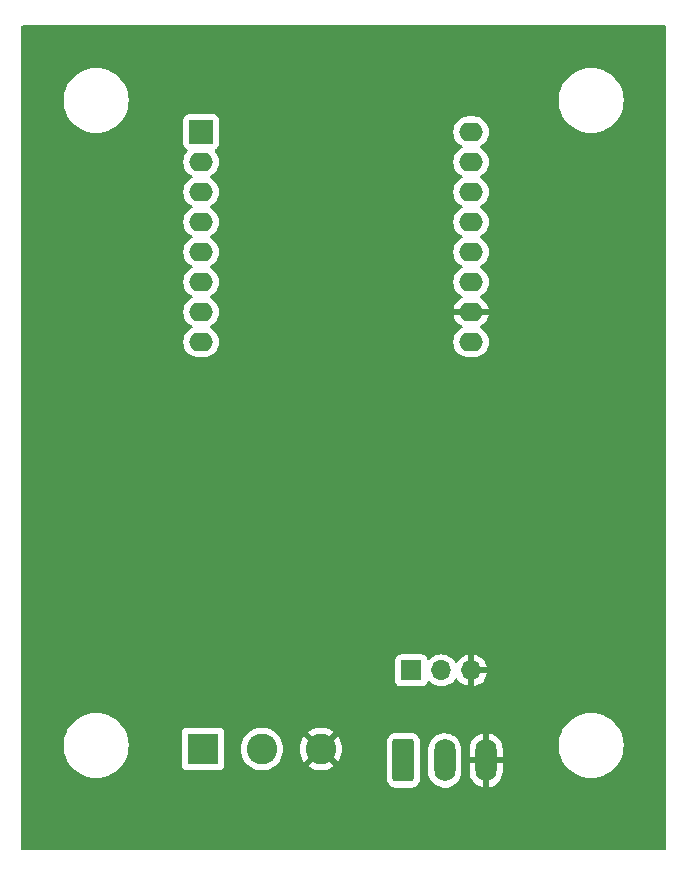
<source format=gbl>
%TF.GenerationSoftware,KiCad,Pcbnew,7.0.7*%
%TF.CreationDate,2023-10-31T06:30:40-06:00*%
%TF.ProjectId,RatGDO-OpenSource-D1Mini-ESP8266,52617447-444f-42d4-9f70-656e536f7572,rev?*%
%TF.SameCoordinates,Original*%
%TF.FileFunction,Copper,L2,Bot*%
%TF.FilePolarity,Positive*%
%FSLAX46Y46*%
G04 Gerber Fmt 4.6, Leading zero omitted, Abs format (unit mm)*
G04 Created by KiCad (PCBNEW 7.0.7) date 2023-10-31 06:30:40*
%MOMM*%
%LPD*%
G01*
G04 APERTURE LIST*
G04 Aperture macros list*
%AMRoundRect*
0 Rectangle with rounded corners*
0 $1 Rounding radius*
0 $2 $3 $4 $5 $6 $7 $8 $9 X,Y pos of 4 corners*
0 Add a 4 corners polygon primitive as box body*
4,1,4,$2,$3,$4,$5,$6,$7,$8,$9,$2,$3,0*
0 Add four circle primitives for the rounded corners*
1,1,$1+$1,$2,$3*
1,1,$1+$1,$4,$5*
1,1,$1+$1,$6,$7*
1,1,$1+$1,$8,$9*
0 Add four rect primitives between the rounded corners*
20,1,$1+$1,$2,$3,$4,$5,0*
20,1,$1+$1,$4,$5,$6,$7,0*
20,1,$1+$1,$6,$7,$8,$9,0*
20,1,$1+$1,$8,$9,$2,$3,0*%
G04 Aperture macros list end*
%TA.AperFunction,ComponentPad*%
%ADD10R,1.700000X1.700000*%
%TD*%
%TA.AperFunction,ComponentPad*%
%ADD11O,1.700000X1.700000*%
%TD*%
%TA.AperFunction,ComponentPad*%
%ADD12R,2.000000X2.000000*%
%TD*%
%TA.AperFunction,ComponentPad*%
%ADD13O,2.000000X1.600000*%
%TD*%
%TA.AperFunction,ComponentPad*%
%ADD14RoundRect,0.250000X-0.650000X-1.550000X0.650000X-1.550000X0.650000X1.550000X-0.650000X1.550000X0*%
%TD*%
%TA.AperFunction,ComponentPad*%
%ADD15O,1.800000X3.600000*%
%TD*%
%TA.AperFunction,ComponentPad*%
%ADD16R,2.600000X2.600000*%
%TD*%
%TA.AperFunction,ComponentPad*%
%ADD17C,2.600000*%
%TD*%
%TA.AperFunction,ViaPad*%
%ADD18C,0.800000*%
%TD*%
G04 APERTURE END LIST*
D10*
%TO.P,J3,1,Blk/Obst*%
%TO.N,Net-(J1-Blk{slash}Obst)*%
X147335000Y-111760000D03*
D11*
%TO.P,J3,2,Red/Cntrl*%
%TO.N,Net-(J1-Red{slash}Cntrl)*%
X149875000Y-111760000D03*
%TO.P,J3,3,Wht/Gnd*%
%TO.N,GND*%
X152415000Y-111760000D03*
%TD*%
D12*
%TO.P,U1,1,~{RST}*%
%TO.N,unconnected-(U1-~{RST}-Pad1)*%
X129547500Y-66160000D03*
D13*
%TO.P,U1,2,A0*%
%TO.N,unconnected-(U1-A0-Pad2)*%
X129547500Y-68700000D03*
%TO.P,U1,3,D0*%
%TO.N,unconnected-(U1-D0-Pad3)*%
X129547500Y-71240000D03*
%TO.P,U1,4,SCK/D5*%
%TO.N,unconnected-(U1-SCK{slash}D5-Pad4)*%
X129547500Y-73780000D03*
%TO.P,U1,5,MISO/D6*%
%TO.N,unconnected-(U1-MISO{slash}D6-Pad5)*%
X129547500Y-76320000D03*
%TO.P,U1,6,MOSI/D7*%
%TO.N,Net-(U1-MOSI{slash}D7)*%
X129547500Y-78860000D03*
%TO.P,U1,7,CS/D8*%
%TO.N,unconnected-(U1-CS{slash}D8-Pad7)*%
X129547500Y-81400000D03*
%TO.P,U1,8,3V3*%
%TO.N,+3.3V*%
X129547500Y-83940000D03*
%TO.P,U1,9,5V*%
%TO.N,+5V*%
X152407500Y-83940000D03*
%TO.P,U1,10,GND*%
%TO.N,GND*%
X152407500Y-81400000D03*
%TO.P,U1,11,D4*%
%TO.N,unconnected-(U1-D4-Pad11)*%
X152407500Y-78860000D03*
%TO.P,U1,12,D3*%
%TO.N,unconnected-(U1-D3-Pad12)*%
X152407500Y-76320000D03*
%TO.P,U1,13,SDA/D2*%
%TO.N,Net-(Q1-D)*%
X152407500Y-73780000D03*
%TO.P,U1,14,SCL/D1*%
%TO.N,Net-(Q2-G)*%
X152407500Y-71240000D03*
%TO.P,U1,15,RX*%
%TO.N,unconnected-(U1-RX-Pad15)*%
X152407500Y-68700000D03*
%TO.P,U1,16,TX*%
%TO.N,unconnected-(U1-TX-Pad16)*%
X152407500Y-66160000D03*
%TD*%
D14*
%TO.P,J2,1,Blk/Obst*%
%TO.N,Net-(J1-Blk{slash}Obst)*%
X146670000Y-119380000D03*
D15*
%TO.P,J2,2,Red/Cntrl*%
%TO.N,Net-(J1-Red{slash}Cntrl)*%
X150170000Y-119380000D03*
%TO.P,J2,3,Wht/Gnd*%
%TO.N,GND*%
X153670000Y-119380000D03*
%TD*%
D16*
%TO.P,J1,1,Blk/Obst*%
%TO.N,Net-(J1-Blk{slash}Obst)*%
X129700000Y-118415000D03*
D17*
%TO.P,J1,2,Red/Cntrl*%
%TO.N,Net-(J1-Red{slash}Cntrl)*%
X134700000Y-118415000D03*
%TO.P,J1,3,Wht/Gnd*%
%TO.N,GND*%
X139700000Y-118415000D03*
%TD*%
D18*
%TO.N,GND*%
X160020000Y-81280000D03*
X160020000Y-72390000D03*
X157480000Y-78740000D03*
X121920000Y-80010000D03*
%TD*%
%TA.AperFunction,Conductor*%
%TO.N,GND*%
G36*
X168852539Y-57170185D02*
G01*
X168898294Y-57222989D01*
X168909500Y-57274500D01*
X168909500Y-126876000D01*
X168889815Y-126943039D01*
X168837011Y-126988794D01*
X168785500Y-127000000D01*
X114424000Y-127000000D01*
X114356961Y-126980315D01*
X114311206Y-126927511D01*
X114300000Y-126876000D01*
X114300000Y-120980001D01*
X145269500Y-120980001D01*
X145269501Y-120980018D01*
X145280000Y-121082796D01*
X145280001Y-121082799D01*
X145335185Y-121249331D01*
X145335186Y-121249334D01*
X145427288Y-121398656D01*
X145551344Y-121522712D01*
X145700666Y-121614814D01*
X145867203Y-121669999D01*
X145969991Y-121680500D01*
X147370008Y-121680499D01*
X147472797Y-121669999D01*
X147639334Y-121614814D01*
X147788656Y-121522712D01*
X147912712Y-121398656D01*
X148004814Y-121249334D01*
X148059999Y-121082797D01*
X148070500Y-120980009D01*
X148070500Y-120339502D01*
X148769500Y-120339502D01*
X148784652Y-120517536D01*
X148844724Y-120748248D01*
X148942919Y-120965480D01*
X148942924Y-120965488D01*
X149076413Y-121162993D01*
X149076418Y-121162998D01*
X149076421Y-121163003D01*
X149241379Y-121335118D01*
X149433053Y-121476879D01*
X149645926Y-121584207D01*
X149873877Y-121654016D01*
X150110346Y-121684298D01*
X150348532Y-121674180D01*
X150581581Y-121623954D01*
X150802790Y-121535064D01*
X151005795Y-121410069D01*
X151184755Y-121252564D01*
X151334523Y-121067080D01*
X151450790Y-120858954D01*
X151530211Y-120634171D01*
X151550224Y-120517453D01*
X151570499Y-120399209D01*
X151570500Y-120399198D01*
X151570500Y-120339478D01*
X152270000Y-120339478D01*
X152285147Y-120517450D01*
X152285148Y-120517453D01*
X152345197Y-120748078D01*
X152443360Y-120965241D01*
X152443362Y-120965244D01*
X152576812Y-121162688D01*
X152576814Y-121162690D01*
X152741706Y-121334736D01*
X152933316Y-121476450D01*
X153146115Y-121583741D01*
X153373987Y-121653526D01*
X153373985Y-121653526D01*
X153420000Y-121659418D01*
X153420000Y-120093658D01*
X153439685Y-120026619D01*
X153492489Y-119980864D01*
X153560184Y-119970719D01*
X153630677Y-119980000D01*
X153630684Y-119980000D01*
X153709316Y-119980000D01*
X153709323Y-119980000D01*
X153779815Y-119970719D01*
X153848849Y-119981484D01*
X153901105Y-120027864D01*
X153920000Y-120093658D01*
X153920000Y-121658264D01*
X154081434Y-121623473D01*
X154302562Y-121534616D01*
X154505494Y-121409666D01*
X154684389Y-121252219D01*
X154684396Y-121252213D01*
X154834102Y-121066805D01*
X154834109Y-121066795D01*
X154950331Y-120858751D01*
X155029722Y-120634052D01*
X155029726Y-120634038D01*
X155069999Y-120399167D01*
X155070000Y-120399156D01*
X155070000Y-119630000D01*
X154383658Y-119630000D01*
X154316619Y-119610315D01*
X154270864Y-119557511D01*
X154260719Y-119489816D01*
X154275177Y-119380000D01*
X154260719Y-119270183D01*
X154271484Y-119201151D01*
X154317864Y-119148895D01*
X154383658Y-119130000D01*
X155070000Y-119130000D01*
X155070000Y-118420522D01*
X155054852Y-118242549D01*
X155054851Y-118242546D01*
X155020339Y-118110000D01*
X159804473Y-118110000D01*
X159824563Y-118442136D01*
X159824563Y-118442141D01*
X159824564Y-118442142D01*
X159884544Y-118769441D01*
X159884545Y-118769445D01*
X159884546Y-118769449D01*
X159983530Y-119087104D01*
X159983534Y-119087116D01*
X159983537Y-119087123D01*
X160120102Y-119390557D01*
X160272763Y-119643089D01*
X160292251Y-119675326D01*
X160497460Y-119937255D01*
X160732744Y-120172539D01*
X160994673Y-120377748D01*
X160994678Y-120377751D01*
X160994682Y-120377754D01*
X161279443Y-120549898D01*
X161582877Y-120686463D01*
X161582890Y-120686467D01*
X161582895Y-120686469D01*
X161780608Y-120748078D01*
X161900559Y-120785456D01*
X162227858Y-120845436D01*
X162405740Y-120856195D01*
X162476892Y-120860500D01*
X162476894Y-120860500D01*
X162643108Y-120860500D01*
X162705364Y-120856734D01*
X162892142Y-120845436D01*
X163219441Y-120785456D01*
X163537123Y-120686463D01*
X163840557Y-120549898D01*
X164125318Y-120377754D01*
X164174150Y-120339497D01*
X164332421Y-120215499D01*
X164387252Y-120172542D01*
X164622542Y-119937252D01*
X164822058Y-119682589D01*
X164827748Y-119675326D01*
X164827748Y-119675324D01*
X164827754Y-119675318D01*
X164999898Y-119390557D01*
X165136463Y-119087123D01*
X165235456Y-118769441D01*
X165295436Y-118442142D01*
X165315527Y-118110000D01*
X165295436Y-117777858D01*
X165235456Y-117450559D01*
X165153302Y-117186915D01*
X165136469Y-117132895D01*
X165136467Y-117132890D01*
X165136463Y-117132877D01*
X164999898Y-116829443D01*
X164827754Y-116544682D01*
X164827751Y-116544678D01*
X164827748Y-116544673D01*
X164622539Y-116282744D01*
X164387255Y-116047460D01*
X164125326Y-115842251D01*
X164125318Y-115842246D01*
X163840557Y-115670102D01*
X163537123Y-115533537D01*
X163537116Y-115533534D01*
X163537104Y-115533530D01*
X163219449Y-115434546D01*
X163219445Y-115434545D01*
X163219441Y-115434544D01*
X162892142Y-115374564D01*
X162892141Y-115374563D01*
X162892136Y-115374563D01*
X162643108Y-115359500D01*
X162643106Y-115359500D01*
X162476894Y-115359500D01*
X162476892Y-115359500D01*
X162227863Y-115374563D01*
X162227857Y-115374564D01*
X162227858Y-115374564D01*
X161900559Y-115434544D01*
X161900556Y-115434544D01*
X161900550Y-115434546D01*
X161582895Y-115533530D01*
X161582879Y-115533536D01*
X161582877Y-115533537D01*
X161389656Y-115620498D01*
X161279447Y-115670100D01*
X161279445Y-115670101D01*
X160994673Y-115842251D01*
X160732744Y-116047460D01*
X160497460Y-116282744D01*
X160292251Y-116544673D01*
X160120101Y-116829445D01*
X160120100Y-116829447D01*
X160070498Y-116939656D01*
X159997554Y-117101734D01*
X159983536Y-117132880D01*
X159983530Y-117132895D01*
X159884546Y-117450550D01*
X159884544Y-117450556D01*
X159884544Y-117450559D01*
X159839838Y-117694513D01*
X159824563Y-117777863D01*
X159804473Y-118110000D01*
X155020339Y-118110000D01*
X154994802Y-118011921D01*
X154896639Y-117794758D01*
X154896637Y-117794755D01*
X154763187Y-117597311D01*
X154763185Y-117597309D01*
X154598293Y-117425263D01*
X154406683Y-117283549D01*
X154193884Y-117176257D01*
X153966020Y-117106475D01*
X153919999Y-117100581D01*
X153920000Y-118666341D01*
X153900315Y-118733380D01*
X153847511Y-118779135D01*
X153779815Y-118789280D01*
X153709333Y-118780001D01*
X153709328Y-118780000D01*
X153709323Y-118780000D01*
X153630677Y-118780000D01*
X153630671Y-118780000D01*
X153630666Y-118780001D01*
X153560185Y-118789280D01*
X153491150Y-118778514D01*
X153438894Y-118732134D01*
X153420000Y-118666341D01*
X153420000Y-117101734D01*
X153419999Y-117101734D01*
X153258566Y-117136525D01*
X153037437Y-117225383D01*
X152834505Y-117350333D01*
X152655610Y-117507780D01*
X152655603Y-117507786D01*
X152505897Y-117693194D01*
X152505890Y-117693204D01*
X152389668Y-117901248D01*
X152310277Y-118125947D01*
X152310273Y-118125961D01*
X152270000Y-118360832D01*
X152270000Y-119130000D01*
X152956342Y-119130000D01*
X153023381Y-119149685D01*
X153069136Y-119202489D01*
X153079280Y-119270183D01*
X153064823Y-119380000D01*
X153079280Y-119489816D01*
X153068516Y-119558849D01*
X153022136Y-119611105D01*
X152956342Y-119630000D01*
X152270000Y-119630000D01*
X152270000Y-120339478D01*
X151570500Y-120339478D01*
X151570500Y-118420498D01*
X151555347Y-118242463D01*
X151495275Y-118011751D01*
X151397080Y-117794519D01*
X151397075Y-117794511D01*
X151263586Y-117597006D01*
X151263582Y-117597001D01*
X151263579Y-117596997D01*
X151098621Y-117424882D01*
X151062517Y-117398180D01*
X150997824Y-117350333D01*
X150906947Y-117283121D01*
X150694074Y-117175793D01*
X150553948Y-117132880D01*
X150466121Y-117105983D01*
X150229647Y-117075701D01*
X149991471Y-117085819D01*
X149991467Y-117085819D01*
X149758419Y-117136045D01*
X149537211Y-117224935D01*
X149334203Y-117349932D01*
X149155245Y-117507435D01*
X149082676Y-117597311D01*
X149005477Y-117692920D01*
X149002521Y-117698212D01*
X148889210Y-117901044D01*
X148809788Y-118125829D01*
X148769500Y-118360790D01*
X148769500Y-120339502D01*
X148070500Y-120339502D01*
X148070499Y-117779992D01*
X148061632Y-117693194D01*
X148059999Y-117677203D01*
X148059998Y-117677200D01*
X148044960Y-117631818D01*
X148004814Y-117510666D01*
X147912712Y-117361344D01*
X147788656Y-117237288D01*
X147639334Y-117145186D01*
X147472797Y-117090001D01*
X147472795Y-117090000D01*
X147370010Y-117079500D01*
X145969998Y-117079500D01*
X145969981Y-117079501D01*
X145867203Y-117090000D01*
X145867200Y-117090001D01*
X145700668Y-117145185D01*
X145700663Y-117145187D01*
X145551342Y-117237289D01*
X145427289Y-117361342D01*
X145335187Y-117510663D01*
X145335185Y-117510666D01*
X145335186Y-117510666D01*
X145280001Y-117677203D01*
X145280001Y-117677204D01*
X145280000Y-117677204D01*
X145269500Y-117779983D01*
X145269500Y-120980001D01*
X114300000Y-120980001D01*
X114300000Y-118110000D01*
X117894473Y-118110000D01*
X117914563Y-118442136D01*
X117914563Y-118442141D01*
X117914564Y-118442142D01*
X117974544Y-118769441D01*
X117974545Y-118769445D01*
X117974546Y-118769449D01*
X118073530Y-119087104D01*
X118073534Y-119087116D01*
X118073537Y-119087123D01*
X118210102Y-119390557D01*
X118362763Y-119643089D01*
X118382251Y-119675326D01*
X118587460Y-119937255D01*
X118822744Y-120172539D01*
X119084673Y-120377748D01*
X119084678Y-120377751D01*
X119084682Y-120377754D01*
X119369443Y-120549898D01*
X119672877Y-120686463D01*
X119672890Y-120686467D01*
X119672895Y-120686469D01*
X119870608Y-120748078D01*
X119990559Y-120785456D01*
X120317858Y-120845436D01*
X120495740Y-120856195D01*
X120566892Y-120860500D01*
X120566894Y-120860500D01*
X120733108Y-120860500D01*
X120795365Y-120856734D01*
X120982142Y-120845436D01*
X121309441Y-120785456D01*
X121627123Y-120686463D01*
X121930557Y-120549898D01*
X122215318Y-120377754D01*
X122264150Y-120339497D01*
X122422421Y-120215499D01*
X122477252Y-120172542D01*
X122712542Y-119937252D01*
X122849162Y-119762870D01*
X127899500Y-119762870D01*
X127899501Y-119762876D01*
X127905908Y-119822483D01*
X127956202Y-119957328D01*
X127956206Y-119957335D01*
X128042452Y-120072544D01*
X128042455Y-120072547D01*
X128157664Y-120158793D01*
X128157671Y-120158797D01*
X128292517Y-120209091D01*
X128292516Y-120209091D01*
X128299444Y-120209835D01*
X128352127Y-120215500D01*
X131047872Y-120215499D01*
X131107483Y-120209091D01*
X131242331Y-120158796D01*
X131357546Y-120072546D01*
X131443796Y-119957331D01*
X131494091Y-119822483D01*
X131500500Y-119762873D01*
X131500500Y-118415004D01*
X132894451Y-118415004D01*
X132914616Y-118684101D01*
X132974664Y-118947188D01*
X132974666Y-118947195D01*
X133025772Y-119077411D01*
X133073257Y-119198398D01*
X133208185Y-119432102D01*
X133308196Y-119557511D01*
X133376442Y-119643089D01*
X133554094Y-119807925D01*
X133574259Y-119826635D01*
X133797226Y-119978651D01*
X134040359Y-120095738D01*
X134298228Y-120175280D01*
X134298229Y-120175280D01*
X134298232Y-120175281D01*
X134565063Y-120215499D01*
X134565068Y-120215499D01*
X134565071Y-120215500D01*
X134565072Y-120215500D01*
X134834928Y-120215500D01*
X134834929Y-120215500D01*
X134834936Y-120215499D01*
X135101767Y-120175281D01*
X135101768Y-120175280D01*
X135101772Y-120175280D01*
X135359641Y-120095738D01*
X135602775Y-119978651D01*
X135825741Y-119826635D01*
X135980987Y-119682588D01*
X136023557Y-119643089D01*
X136023557Y-119643087D01*
X136023561Y-119643085D01*
X136191815Y-119432102D01*
X136326743Y-119198398D01*
X136425334Y-118947195D01*
X136485383Y-118684103D01*
X136503515Y-118442142D01*
X136505549Y-118415004D01*
X137894953Y-118415004D01*
X137915113Y-118684026D01*
X137915113Y-118684028D01*
X137975142Y-118947033D01*
X137975148Y-118947052D01*
X138073709Y-119198181D01*
X138073708Y-119198181D01*
X138208602Y-119431822D01*
X138262294Y-119499151D01*
X138982331Y-118779114D01*
X139043654Y-118745629D01*
X139113345Y-118750613D01*
X139169279Y-118792485D01*
X139174707Y-118800350D01*
X139195187Y-118832620D01*
X139195188Y-118832621D01*
X139314904Y-118945041D01*
X139318266Y-118947484D01*
X139320264Y-118950074D01*
X139320590Y-118950381D01*
X139320540Y-118950433D01*
X139360934Y-119002812D01*
X139366915Y-119072425D01*
X139334311Y-119134221D01*
X139333065Y-119135485D01*
X138614848Y-119853702D01*
X138797483Y-119978220D01*
X138797485Y-119978221D01*
X139040539Y-120095269D01*
X139040537Y-120095269D01*
X139298337Y-120174790D01*
X139298343Y-120174792D01*
X139565101Y-120214999D01*
X139565110Y-120215000D01*
X139834890Y-120215000D01*
X139834898Y-120214999D01*
X140101656Y-120174792D01*
X140101662Y-120174790D01*
X140359461Y-120095269D01*
X140602521Y-119978218D01*
X140785150Y-119853702D01*
X140063234Y-119131787D01*
X140029749Y-119070464D01*
X140034733Y-119000773D01*
X140076605Y-118944839D01*
X140077953Y-118943844D01*
X140148492Y-118892595D01*
X140234871Y-118788180D01*
X140292768Y-118749074D01*
X140362620Y-118747478D01*
X140418094Y-118779541D01*
X141137703Y-119499151D01*
X141137704Y-119499150D01*
X141191393Y-119431828D01*
X141191400Y-119431817D01*
X141326290Y-119198181D01*
X141424851Y-118947052D01*
X141424857Y-118947033D01*
X141484886Y-118684028D01*
X141484886Y-118684026D01*
X141505047Y-118415004D01*
X141505047Y-118414995D01*
X141484886Y-118145973D01*
X141484886Y-118145971D01*
X141424857Y-117882966D01*
X141424851Y-117882947D01*
X141326290Y-117631818D01*
X141326291Y-117631818D01*
X141191397Y-117398177D01*
X141137704Y-117330847D01*
X140417667Y-118050884D01*
X140356344Y-118084369D01*
X140286652Y-118079385D01*
X140230719Y-118037513D01*
X140225290Y-118029646D01*
X140213933Y-118011751D01*
X140204814Y-117997381D01*
X140140942Y-117937402D01*
X140085097Y-117884960D01*
X140081732Y-117882515D01*
X140079731Y-117879920D01*
X140079410Y-117879619D01*
X140079458Y-117879567D01*
X140039064Y-117827187D01*
X140033082Y-117757574D01*
X140065685Y-117695778D01*
X140066932Y-117694513D01*
X140785150Y-116976296D01*
X140602517Y-116851779D01*
X140602516Y-116851778D01*
X140359460Y-116734730D01*
X140359462Y-116734730D01*
X140101662Y-116655209D01*
X140101656Y-116655207D01*
X139834898Y-116615000D01*
X139565101Y-116615000D01*
X139298343Y-116655207D01*
X139298337Y-116655209D01*
X139040538Y-116734730D01*
X138797485Y-116851778D01*
X138797476Y-116851783D01*
X138614848Y-116976296D01*
X139336765Y-117698212D01*
X139370250Y-117759535D01*
X139365266Y-117829226D01*
X139323394Y-117885160D01*
X139321970Y-117886210D01*
X139251510Y-117937402D01*
X139251508Y-117937405D01*
X139165130Y-118041818D01*
X139107230Y-118080925D01*
X139037378Y-118082521D01*
X138981905Y-118050458D01*
X138262295Y-117330848D01*
X138208600Y-117398180D01*
X138073709Y-117631818D01*
X137975148Y-117882947D01*
X137975142Y-117882966D01*
X137915113Y-118145971D01*
X137915113Y-118145973D01*
X137894953Y-118414995D01*
X137894953Y-118415004D01*
X136505549Y-118415004D01*
X136505549Y-118414995D01*
X136485389Y-118145973D01*
X136485383Y-118145897D01*
X136425334Y-117882805D01*
X136326743Y-117631602D01*
X136191815Y-117397898D01*
X136023561Y-117186915D01*
X136023560Y-117186914D01*
X136023557Y-117186910D01*
X135825741Y-117003365D01*
X135786038Y-116976296D01*
X135602775Y-116851349D01*
X135602769Y-116851346D01*
X135602768Y-116851345D01*
X135602767Y-116851344D01*
X135359643Y-116734263D01*
X135359645Y-116734263D01*
X135101773Y-116654720D01*
X135101767Y-116654718D01*
X134834936Y-116614500D01*
X134834929Y-116614500D01*
X134565071Y-116614500D01*
X134565063Y-116614500D01*
X134298232Y-116654718D01*
X134298226Y-116654720D01*
X134040358Y-116734262D01*
X133797230Y-116851346D01*
X133574258Y-117003365D01*
X133376442Y-117186910D01*
X133208185Y-117397898D01*
X133073258Y-117631599D01*
X133073256Y-117631603D01*
X132974666Y-117882804D01*
X132974664Y-117882811D01*
X132914616Y-118145898D01*
X132894451Y-118414995D01*
X132894451Y-118415004D01*
X131500500Y-118415004D01*
X131500499Y-117067128D01*
X131494091Y-117007517D01*
X131492542Y-117003365D01*
X131443797Y-116872671D01*
X131443793Y-116872664D01*
X131357547Y-116757455D01*
X131357544Y-116757452D01*
X131242335Y-116671206D01*
X131242328Y-116671202D01*
X131107482Y-116620908D01*
X131107483Y-116620908D01*
X131047883Y-116614501D01*
X131047881Y-116614500D01*
X131047873Y-116614500D01*
X131047864Y-116614500D01*
X128352129Y-116614500D01*
X128352123Y-116614501D01*
X128292516Y-116620908D01*
X128157671Y-116671202D01*
X128157664Y-116671206D01*
X128042455Y-116757452D01*
X128042452Y-116757455D01*
X127956206Y-116872664D01*
X127956202Y-116872671D01*
X127905908Y-117007517D01*
X127899501Y-117067116D01*
X127899501Y-117067123D01*
X127899500Y-117067135D01*
X127899500Y-119762870D01*
X122849162Y-119762870D01*
X122912058Y-119682589D01*
X122917748Y-119675326D01*
X122917748Y-119675324D01*
X122917754Y-119675318D01*
X123089898Y-119390557D01*
X123226463Y-119087123D01*
X123325456Y-118769441D01*
X123385436Y-118442142D01*
X123405527Y-118110000D01*
X123385436Y-117777858D01*
X123325456Y-117450559D01*
X123243302Y-117186915D01*
X123226469Y-117132895D01*
X123226467Y-117132890D01*
X123226463Y-117132877D01*
X123089898Y-116829443D01*
X122917754Y-116544682D01*
X122917751Y-116544678D01*
X122917748Y-116544673D01*
X122712539Y-116282744D01*
X122477255Y-116047460D01*
X122215326Y-115842251D01*
X122215318Y-115842246D01*
X121930557Y-115670102D01*
X121627123Y-115533537D01*
X121627116Y-115533534D01*
X121627104Y-115533530D01*
X121309449Y-115434546D01*
X121309445Y-115434545D01*
X121309441Y-115434544D01*
X120982142Y-115374564D01*
X120982141Y-115374563D01*
X120982136Y-115374563D01*
X120733108Y-115359500D01*
X120733106Y-115359500D01*
X120566894Y-115359500D01*
X120566892Y-115359500D01*
X120317863Y-115374563D01*
X120317857Y-115374564D01*
X120317858Y-115374564D01*
X119990559Y-115434544D01*
X119990556Y-115434544D01*
X119990550Y-115434546D01*
X119672895Y-115533530D01*
X119672879Y-115533536D01*
X119672877Y-115533537D01*
X119479656Y-115620498D01*
X119369447Y-115670100D01*
X119369445Y-115670101D01*
X119084673Y-115842251D01*
X118822744Y-116047460D01*
X118587460Y-116282744D01*
X118382251Y-116544673D01*
X118210101Y-116829445D01*
X118210100Y-116829447D01*
X118160498Y-116939656D01*
X118087554Y-117101734D01*
X118073536Y-117132880D01*
X118073530Y-117132895D01*
X117974546Y-117450550D01*
X117974544Y-117450556D01*
X117974544Y-117450559D01*
X117929838Y-117694513D01*
X117914563Y-117777863D01*
X117894473Y-118110000D01*
X114300000Y-118110000D01*
X114300000Y-112657870D01*
X145984500Y-112657870D01*
X145984501Y-112657876D01*
X145990908Y-112717483D01*
X146041202Y-112852328D01*
X146041206Y-112852335D01*
X146127452Y-112967544D01*
X146127455Y-112967547D01*
X146242664Y-113053793D01*
X146242671Y-113053797D01*
X146377517Y-113104091D01*
X146377516Y-113104091D01*
X146384444Y-113104835D01*
X146437127Y-113110500D01*
X148232872Y-113110499D01*
X148292483Y-113104091D01*
X148427331Y-113053796D01*
X148542546Y-112967546D01*
X148628796Y-112852331D01*
X148677810Y-112720916D01*
X148719681Y-112664984D01*
X148785145Y-112640566D01*
X148853418Y-112655417D01*
X148881673Y-112676569D01*
X149003599Y-112798495D01*
X149100384Y-112866264D01*
X149197165Y-112934032D01*
X149197167Y-112934033D01*
X149197170Y-112934035D01*
X149411337Y-113033903D01*
X149639592Y-113095063D01*
X149816034Y-113110500D01*
X149874999Y-113115659D01*
X149875000Y-113115659D01*
X149875001Y-113115659D01*
X149933966Y-113110500D01*
X150110408Y-113095063D01*
X150338663Y-113033903D01*
X150552830Y-112934035D01*
X150746401Y-112798495D01*
X150913495Y-112631401D01*
X151043730Y-112445405D01*
X151098307Y-112401781D01*
X151167805Y-112394587D01*
X151230160Y-112426110D01*
X151246879Y-112445405D01*
X151376890Y-112631078D01*
X151543917Y-112798105D01*
X151737421Y-112933600D01*
X151951507Y-113033429D01*
X151951516Y-113033433D01*
X152165000Y-113090634D01*
X152165000Y-112372301D01*
X152184685Y-112305262D01*
X152237489Y-112259507D01*
X152306647Y-112249563D01*
X152379237Y-112260000D01*
X152379238Y-112260000D01*
X152450762Y-112260000D01*
X152450763Y-112260000D01*
X152523353Y-112249563D01*
X152592512Y-112259507D01*
X152645315Y-112305262D01*
X152665000Y-112372301D01*
X152665000Y-113090633D01*
X152878483Y-113033433D01*
X152878492Y-113033429D01*
X153092578Y-112933600D01*
X153286082Y-112798105D01*
X153453105Y-112631082D01*
X153588600Y-112437578D01*
X153688429Y-112223492D01*
X153688432Y-112223486D01*
X153745636Y-112010000D01*
X153028347Y-112010000D01*
X152961308Y-111990315D01*
X152915553Y-111937511D01*
X152905609Y-111868353D01*
X152909369Y-111851067D01*
X152915000Y-111831888D01*
X152915000Y-111688111D01*
X152909369Y-111668933D01*
X152909370Y-111599064D01*
X152947145Y-111540286D01*
X153010701Y-111511262D01*
X153028347Y-111510000D01*
X153745636Y-111510000D01*
X153745635Y-111509999D01*
X153688432Y-111296513D01*
X153688429Y-111296507D01*
X153588600Y-111082422D01*
X153588599Y-111082420D01*
X153453113Y-110888926D01*
X153453108Y-110888920D01*
X153286082Y-110721894D01*
X153092578Y-110586399D01*
X152878492Y-110486570D01*
X152878486Y-110486567D01*
X152665000Y-110429364D01*
X152665000Y-111147698D01*
X152645315Y-111214737D01*
X152592511Y-111260492D01*
X152523355Y-111270436D01*
X152450766Y-111260000D01*
X152450763Y-111260000D01*
X152379237Y-111260000D01*
X152379233Y-111260000D01*
X152306645Y-111270436D01*
X152237487Y-111260492D01*
X152184684Y-111214736D01*
X152165000Y-111147698D01*
X152165000Y-110429364D01*
X152164999Y-110429364D01*
X151951513Y-110486567D01*
X151951507Y-110486570D01*
X151737422Y-110586399D01*
X151737420Y-110586400D01*
X151543926Y-110721886D01*
X151543920Y-110721891D01*
X151376891Y-110888920D01*
X151376890Y-110888922D01*
X151246880Y-111074595D01*
X151192303Y-111118219D01*
X151122804Y-111125412D01*
X151060450Y-111093890D01*
X151043730Y-111074594D01*
X150913494Y-110888597D01*
X150746402Y-110721506D01*
X150746395Y-110721501D01*
X150552834Y-110585967D01*
X150552830Y-110585965D01*
X150552829Y-110585964D01*
X150338663Y-110486097D01*
X150338659Y-110486096D01*
X150338655Y-110486094D01*
X150110413Y-110424938D01*
X150110403Y-110424936D01*
X149875001Y-110404341D01*
X149874999Y-110404341D01*
X149639596Y-110424936D01*
X149639586Y-110424938D01*
X149411344Y-110486094D01*
X149411335Y-110486098D01*
X149197171Y-110585964D01*
X149197169Y-110585965D01*
X149003600Y-110721503D01*
X148881673Y-110843430D01*
X148820350Y-110876914D01*
X148750658Y-110871930D01*
X148694725Y-110830058D01*
X148677810Y-110799081D01*
X148628797Y-110667671D01*
X148628793Y-110667664D01*
X148542547Y-110552455D01*
X148542544Y-110552452D01*
X148427335Y-110466206D01*
X148427328Y-110466202D01*
X148292482Y-110415908D01*
X148292483Y-110415908D01*
X148232883Y-110409501D01*
X148232881Y-110409500D01*
X148232873Y-110409500D01*
X148232864Y-110409500D01*
X146437129Y-110409500D01*
X146437123Y-110409501D01*
X146377516Y-110415908D01*
X146242671Y-110466202D01*
X146242664Y-110466206D01*
X146127455Y-110552452D01*
X146127452Y-110552455D01*
X146041206Y-110667664D01*
X146041202Y-110667671D01*
X145990908Y-110802517D01*
X145984501Y-110862116D01*
X145984500Y-110862135D01*
X145984500Y-112657870D01*
X114300000Y-112657870D01*
X114300000Y-83940001D01*
X128042032Y-83940001D01*
X128061864Y-84166686D01*
X128061866Y-84166697D01*
X128120758Y-84386488D01*
X128120761Y-84386497D01*
X128216931Y-84592732D01*
X128216932Y-84592734D01*
X128347454Y-84779141D01*
X128508358Y-84940045D01*
X128508361Y-84940047D01*
X128694766Y-85070568D01*
X128901004Y-85166739D01*
X129120808Y-85225635D01*
X129290716Y-85240500D01*
X129804284Y-85240500D01*
X129974192Y-85225635D01*
X130193996Y-85166739D01*
X130400234Y-85070568D01*
X130586639Y-84940047D01*
X130747547Y-84779139D01*
X130878068Y-84592734D01*
X130974239Y-84386496D01*
X131033135Y-84166692D01*
X131052968Y-83940001D01*
X150902032Y-83940001D01*
X150921864Y-84166686D01*
X150921866Y-84166697D01*
X150980758Y-84386488D01*
X150980761Y-84386497D01*
X151076931Y-84592732D01*
X151076932Y-84592734D01*
X151207454Y-84779141D01*
X151368358Y-84940045D01*
X151368361Y-84940047D01*
X151554766Y-85070568D01*
X151761004Y-85166739D01*
X151980808Y-85225635D01*
X152150716Y-85240500D01*
X152664284Y-85240500D01*
X152834192Y-85225635D01*
X153053996Y-85166739D01*
X153260234Y-85070568D01*
X153446639Y-84940047D01*
X153607547Y-84779139D01*
X153738068Y-84592734D01*
X153834239Y-84386496D01*
X153893135Y-84166692D01*
X153912968Y-83940000D01*
X153893135Y-83713308D01*
X153834239Y-83493504D01*
X153738068Y-83287266D01*
X153607547Y-83100861D01*
X153607545Y-83100858D01*
X153446641Y-82939954D01*
X153260234Y-82809432D01*
X153260232Y-82809431D01*
X153202223Y-82782381D01*
X153201632Y-82782105D01*
X153149194Y-82735934D01*
X153130042Y-82668740D01*
X153150258Y-82601859D01*
X153201634Y-82557341D01*
X153259984Y-82530132D01*
X153446320Y-82399657D01*
X153607157Y-82238820D01*
X153737634Y-82052482D01*
X153833765Y-81846326D01*
X153833769Y-81846317D01*
X153886372Y-81650000D01*
X153020847Y-81650000D01*
X152953808Y-81630315D01*
X152908053Y-81577511D01*
X152898109Y-81508353D01*
X152901869Y-81491067D01*
X152907500Y-81471888D01*
X152907500Y-81328111D01*
X152901869Y-81308933D01*
X152901870Y-81239064D01*
X152939645Y-81180286D01*
X153003201Y-81151262D01*
X153020847Y-81150000D01*
X153886372Y-81150000D01*
X153886372Y-81149999D01*
X153833769Y-80953682D01*
X153833765Y-80953673D01*
X153737634Y-80747517D01*
X153607157Y-80561179D01*
X153446320Y-80400342D01*
X153259982Y-80269865D01*
X153201633Y-80242657D01*
X153149194Y-80196484D01*
X153130042Y-80129291D01*
X153150258Y-80062410D01*
X153201629Y-80017895D01*
X153260234Y-79990568D01*
X153446639Y-79860047D01*
X153607547Y-79699139D01*
X153738068Y-79512734D01*
X153834239Y-79306496D01*
X153893135Y-79086692D01*
X153912968Y-78860000D01*
X153893135Y-78633308D01*
X153834239Y-78413504D01*
X153738068Y-78207266D01*
X153607547Y-78020861D01*
X153607545Y-78020858D01*
X153446641Y-77859954D01*
X153260234Y-77729432D01*
X153260228Y-77729429D01*
X153202225Y-77702382D01*
X153149785Y-77656210D01*
X153130633Y-77589017D01*
X153150848Y-77522135D01*
X153202225Y-77477618D01*
X153260234Y-77450568D01*
X153446639Y-77320047D01*
X153607547Y-77159139D01*
X153738068Y-76972734D01*
X153834239Y-76766496D01*
X153893135Y-76546692D01*
X153912968Y-76320000D01*
X153893135Y-76093308D01*
X153834239Y-75873504D01*
X153738068Y-75667266D01*
X153607547Y-75480861D01*
X153607545Y-75480858D01*
X153446641Y-75319954D01*
X153260234Y-75189432D01*
X153260228Y-75189429D01*
X153202225Y-75162382D01*
X153149785Y-75116210D01*
X153130633Y-75049017D01*
X153150848Y-74982135D01*
X153202225Y-74937618D01*
X153260234Y-74910568D01*
X153446639Y-74780047D01*
X153607547Y-74619139D01*
X153738068Y-74432734D01*
X153834239Y-74226496D01*
X153893135Y-74006692D01*
X153912968Y-73780000D01*
X153893135Y-73553308D01*
X153834239Y-73333504D01*
X153738068Y-73127266D01*
X153607547Y-72940861D01*
X153607545Y-72940858D01*
X153446641Y-72779954D01*
X153260234Y-72649432D01*
X153260228Y-72649429D01*
X153202225Y-72622382D01*
X153149785Y-72576210D01*
X153130633Y-72509017D01*
X153150848Y-72442135D01*
X153202225Y-72397618D01*
X153260234Y-72370568D01*
X153446639Y-72240047D01*
X153607547Y-72079139D01*
X153738068Y-71892734D01*
X153834239Y-71686496D01*
X153893135Y-71466692D01*
X153912968Y-71240000D01*
X153893135Y-71013308D01*
X153834239Y-70793504D01*
X153738068Y-70587266D01*
X153607547Y-70400861D01*
X153607545Y-70400858D01*
X153446641Y-70239954D01*
X153260234Y-70109432D01*
X153260228Y-70109429D01*
X153202225Y-70082382D01*
X153149785Y-70036210D01*
X153130633Y-69969017D01*
X153150848Y-69902135D01*
X153202225Y-69857618D01*
X153260234Y-69830568D01*
X153446639Y-69700047D01*
X153607547Y-69539139D01*
X153738068Y-69352734D01*
X153834239Y-69146496D01*
X153893135Y-68926692D01*
X153912968Y-68700000D01*
X153893135Y-68473308D01*
X153834239Y-68253504D01*
X153738068Y-68047266D01*
X153607547Y-67860861D01*
X153607545Y-67860858D01*
X153446641Y-67699954D01*
X153260234Y-67569432D01*
X153260228Y-67569429D01*
X153202225Y-67542382D01*
X153149785Y-67496210D01*
X153130633Y-67429017D01*
X153150848Y-67362135D01*
X153202225Y-67317618D01*
X153260234Y-67290568D01*
X153446639Y-67160047D01*
X153607547Y-66999139D01*
X153738068Y-66812734D01*
X153834239Y-66606496D01*
X153893135Y-66386692D01*
X153912968Y-66160000D01*
X153893135Y-65933308D01*
X153834239Y-65713504D01*
X153738068Y-65507266D01*
X153607547Y-65320861D01*
X153607545Y-65320858D01*
X153446641Y-65159954D01*
X153260234Y-65029432D01*
X153260232Y-65029431D01*
X153053997Y-64933261D01*
X153053988Y-64933258D01*
X152834197Y-64874366D01*
X152834187Y-64874364D01*
X152664284Y-64859500D01*
X152150716Y-64859500D01*
X151980812Y-64874364D01*
X151980802Y-64874366D01*
X151761011Y-64933258D01*
X151761002Y-64933261D01*
X151554767Y-65029431D01*
X151554765Y-65029432D01*
X151368358Y-65159954D01*
X151207454Y-65320858D01*
X151076932Y-65507265D01*
X151076931Y-65507267D01*
X150980761Y-65713502D01*
X150980758Y-65713511D01*
X150921866Y-65933302D01*
X150921864Y-65933313D01*
X150902032Y-66159998D01*
X150902032Y-66160001D01*
X150921864Y-66386686D01*
X150921866Y-66386697D01*
X150980758Y-66606488D01*
X150980761Y-66606497D01*
X151076931Y-66812732D01*
X151076932Y-66812734D01*
X151207454Y-66999141D01*
X151368358Y-67160045D01*
X151368361Y-67160047D01*
X151554766Y-67290568D01*
X151612775Y-67317618D01*
X151665214Y-67363791D01*
X151684366Y-67430984D01*
X151664150Y-67497865D01*
X151612775Y-67542382D01*
X151554767Y-67569431D01*
X151554765Y-67569432D01*
X151368358Y-67699954D01*
X151207454Y-67860858D01*
X151076932Y-68047265D01*
X151076931Y-68047267D01*
X150980761Y-68253502D01*
X150980758Y-68253511D01*
X150921866Y-68473302D01*
X150921864Y-68473313D01*
X150902032Y-68699998D01*
X150902032Y-68700001D01*
X150921864Y-68926686D01*
X150921866Y-68926697D01*
X150980758Y-69146488D01*
X150980761Y-69146497D01*
X151076931Y-69352732D01*
X151076932Y-69352734D01*
X151207454Y-69539141D01*
X151368358Y-69700045D01*
X151368361Y-69700047D01*
X151554766Y-69830568D01*
X151612775Y-69857618D01*
X151665214Y-69903791D01*
X151684366Y-69970984D01*
X151664150Y-70037865D01*
X151612775Y-70082382D01*
X151554767Y-70109431D01*
X151554765Y-70109432D01*
X151368358Y-70239954D01*
X151207454Y-70400858D01*
X151076932Y-70587265D01*
X151076931Y-70587267D01*
X150980761Y-70793502D01*
X150980758Y-70793511D01*
X150921866Y-71013302D01*
X150921864Y-71013313D01*
X150902032Y-71239998D01*
X150902032Y-71240001D01*
X150921864Y-71466686D01*
X150921866Y-71466697D01*
X150980758Y-71686488D01*
X150980761Y-71686497D01*
X151076931Y-71892732D01*
X151076932Y-71892734D01*
X151207454Y-72079141D01*
X151368358Y-72240045D01*
X151368361Y-72240047D01*
X151554766Y-72370568D01*
X151612775Y-72397618D01*
X151665214Y-72443791D01*
X151684366Y-72510984D01*
X151664150Y-72577865D01*
X151612775Y-72622382D01*
X151554767Y-72649431D01*
X151554765Y-72649432D01*
X151368358Y-72779954D01*
X151207454Y-72940858D01*
X151076932Y-73127265D01*
X151076931Y-73127267D01*
X150980761Y-73333502D01*
X150980758Y-73333511D01*
X150921866Y-73553302D01*
X150921864Y-73553313D01*
X150902032Y-73779998D01*
X150902032Y-73780001D01*
X150921864Y-74006686D01*
X150921866Y-74006697D01*
X150980758Y-74226488D01*
X150980761Y-74226497D01*
X151076931Y-74432732D01*
X151076932Y-74432734D01*
X151207454Y-74619141D01*
X151368358Y-74780045D01*
X151368361Y-74780047D01*
X151554766Y-74910568D01*
X151612775Y-74937618D01*
X151665214Y-74983791D01*
X151684366Y-75050984D01*
X151664150Y-75117865D01*
X151612775Y-75162382D01*
X151554767Y-75189431D01*
X151554765Y-75189432D01*
X151368358Y-75319954D01*
X151207454Y-75480858D01*
X151076932Y-75667265D01*
X151076931Y-75667267D01*
X150980761Y-75873502D01*
X150980758Y-75873511D01*
X150921866Y-76093302D01*
X150921864Y-76093313D01*
X150902032Y-76319998D01*
X150902032Y-76320001D01*
X150921864Y-76546686D01*
X150921866Y-76546697D01*
X150980758Y-76766488D01*
X150980761Y-76766497D01*
X151076931Y-76972732D01*
X151076932Y-76972734D01*
X151207454Y-77159141D01*
X151368358Y-77320045D01*
X151368361Y-77320047D01*
X151554766Y-77450568D01*
X151612775Y-77477618D01*
X151665214Y-77523791D01*
X151684366Y-77590984D01*
X151664150Y-77657865D01*
X151612775Y-77702382D01*
X151554767Y-77729431D01*
X151554765Y-77729432D01*
X151368358Y-77859954D01*
X151207454Y-78020858D01*
X151076932Y-78207265D01*
X151076931Y-78207267D01*
X150980761Y-78413502D01*
X150980758Y-78413511D01*
X150921866Y-78633302D01*
X150921864Y-78633313D01*
X150902032Y-78859998D01*
X150902032Y-78860001D01*
X150921864Y-79086686D01*
X150921866Y-79086697D01*
X150980758Y-79306488D01*
X150980761Y-79306497D01*
X151076931Y-79512732D01*
X151076932Y-79512734D01*
X151207454Y-79699141D01*
X151368358Y-79860045D01*
X151368361Y-79860047D01*
X151554766Y-79990568D01*
X151613365Y-80017893D01*
X151665805Y-80064065D01*
X151684957Y-80131258D01*
X151664742Y-80198139D01*
X151613367Y-80242657D01*
X151555015Y-80269867D01*
X151368679Y-80400342D01*
X151207842Y-80561179D01*
X151077365Y-80747517D01*
X150981234Y-80953673D01*
X150981230Y-80953682D01*
X150928627Y-81149999D01*
X150928628Y-81150000D01*
X151794153Y-81150000D01*
X151861192Y-81169685D01*
X151906947Y-81222489D01*
X151916891Y-81291647D01*
X151913131Y-81308933D01*
X151907500Y-81328111D01*
X151907500Y-81471888D01*
X151913131Y-81491067D01*
X151913130Y-81560936D01*
X151875355Y-81619714D01*
X151811799Y-81648738D01*
X151794153Y-81650000D01*
X150928628Y-81650000D01*
X150981230Y-81846317D01*
X150981234Y-81846326D01*
X151077365Y-82052482D01*
X151207842Y-82238820D01*
X151368679Y-82399657D01*
X151555018Y-82530134D01*
X151555020Y-82530135D01*
X151613365Y-82557342D01*
X151665805Y-82603514D01*
X151684957Y-82670707D01*
X151664742Y-82737589D01*
X151613367Y-82782105D01*
X151612777Y-82782381D01*
X151554764Y-82809433D01*
X151368358Y-82939954D01*
X151207454Y-83100858D01*
X151076932Y-83287265D01*
X151076931Y-83287267D01*
X150980761Y-83493502D01*
X150980758Y-83493511D01*
X150921866Y-83713302D01*
X150921864Y-83713313D01*
X150902032Y-83939998D01*
X150902032Y-83940001D01*
X131052968Y-83940001D01*
X131052968Y-83940000D01*
X131033135Y-83713308D01*
X130974239Y-83493504D01*
X130878068Y-83287266D01*
X130747547Y-83100861D01*
X130747545Y-83100858D01*
X130586641Y-82939954D01*
X130400235Y-82809433D01*
X130400236Y-82809433D01*
X130400234Y-82809432D01*
X130342222Y-82782380D01*
X130289784Y-82736208D01*
X130270633Y-82669014D01*
X130290849Y-82602133D01*
X130342221Y-82557619D01*
X130400234Y-82530568D01*
X130586639Y-82400047D01*
X130747547Y-82239139D01*
X130878068Y-82052734D01*
X130974239Y-81846496D01*
X131033135Y-81626692D01*
X131052968Y-81400000D01*
X131033135Y-81173308D01*
X130974239Y-80953504D01*
X130878068Y-80747266D01*
X130747547Y-80560861D01*
X130747545Y-80560858D01*
X130586641Y-80399954D01*
X130400235Y-80269433D01*
X130400236Y-80269433D01*
X130400234Y-80269432D01*
X130342222Y-80242380D01*
X130289784Y-80196208D01*
X130270633Y-80129014D01*
X130290849Y-80062133D01*
X130342221Y-80017619D01*
X130400234Y-79990568D01*
X130586639Y-79860047D01*
X130747547Y-79699139D01*
X130878068Y-79512734D01*
X130974239Y-79306496D01*
X131033135Y-79086692D01*
X131052968Y-78860000D01*
X131033135Y-78633308D01*
X130974239Y-78413504D01*
X130878068Y-78207266D01*
X130747547Y-78020861D01*
X130747545Y-78020858D01*
X130586641Y-77859954D01*
X130400235Y-77729433D01*
X130400236Y-77729433D01*
X130400234Y-77729432D01*
X130342222Y-77702380D01*
X130289784Y-77656208D01*
X130270633Y-77589014D01*
X130290849Y-77522133D01*
X130342221Y-77477619D01*
X130400234Y-77450568D01*
X130586639Y-77320047D01*
X130747547Y-77159139D01*
X130878068Y-76972734D01*
X130974239Y-76766496D01*
X131033135Y-76546692D01*
X131052968Y-76320000D01*
X131033135Y-76093308D01*
X130974239Y-75873504D01*
X130878068Y-75667266D01*
X130747547Y-75480861D01*
X130747545Y-75480858D01*
X130586641Y-75319954D01*
X130400234Y-75189432D01*
X130400228Y-75189429D01*
X130342225Y-75162382D01*
X130289785Y-75116210D01*
X130270633Y-75049017D01*
X130290848Y-74982135D01*
X130342225Y-74937618D01*
X130400234Y-74910568D01*
X130586639Y-74780047D01*
X130747547Y-74619139D01*
X130878068Y-74432734D01*
X130974239Y-74226496D01*
X131033135Y-74006692D01*
X131052968Y-73780000D01*
X131033135Y-73553308D01*
X130974239Y-73333504D01*
X130878068Y-73127266D01*
X130747547Y-72940861D01*
X130747545Y-72940858D01*
X130586641Y-72779954D01*
X130400234Y-72649432D01*
X130400228Y-72649429D01*
X130342225Y-72622382D01*
X130289785Y-72576210D01*
X130270633Y-72509017D01*
X130290848Y-72442135D01*
X130342225Y-72397618D01*
X130400234Y-72370568D01*
X130586639Y-72240047D01*
X130747547Y-72079139D01*
X130878068Y-71892734D01*
X130974239Y-71686496D01*
X131033135Y-71466692D01*
X131052968Y-71240000D01*
X131033135Y-71013308D01*
X130974239Y-70793504D01*
X130878068Y-70587266D01*
X130747547Y-70400861D01*
X130747545Y-70400858D01*
X130586641Y-70239954D01*
X130400234Y-70109432D01*
X130400228Y-70109429D01*
X130342225Y-70082382D01*
X130289785Y-70036210D01*
X130270633Y-69969017D01*
X130290848Y-69902135D01*
X130342225Y-69857618D01*
X130400234Y-69830568D01*
X130586639Y-69700047D01*
X130747547Y-69539139D01*
X130878068Y-69352734D01*
X130974239Y-69146496D01*
X131033135Y-68926692D01*
X131052968Y-68700000D01*
X131033135Y-68473308D01*
X130974239Y-68253504D01*
X130878068Y-68047266D01*
X130747547Y-67860861D01*
X130747545Y-67860858D01*
X130708237Y-67821550D01*
X130674752Y-67760227D01*
X130679736Y-67690535D01*
X130721608Y-67634602D01*
X130752583Y-67617688D01*
X130789831Y-67603796D01*
X130905046Y-67517546D01*
X130991296Y-67402331D01*
X131041591Y-67267483D01*
X131048000Y-67207873D01*
X131047999Y-65112128D01*
X131041591Y-65052517D01*
X131032980Y-65029431D01*
X130991297Y-64917671D01*
X130991293Y-64917664D01*
X130905047Y-64802455D01*
X130905044Y-64802452D01*
X130789835Y-64716206D01*
X130789828Y-64716202D01*
X130654982Y-64665908D01*
X130654983Y-64665908D01*
X130595383Y-64659501D01*
X130595381Y-64659500D01*
X130595373Y-64659500D01*
X130595364Y-64659500D01*
X128499629Y-64659500D01*
X128499623Y-64659501D01*
X128440016Y-64665908D01*
X128305171Y-64716202D01*
X128305164Y-64716206D01*
X128189955Y-64802452D01*
X128189952Y-64802455D01*
X128103706Y-64917664D01*
X128103702Y-64917671D01*
X128053408Y-65052517D01*
X128047001Y-65112116D01*
X128047001Y-65112123D01*
X128047000Y-65112135D01*
X128047000Y-67207870D01*
X128047001Y-67207876D01*
X128053408Y-67267483D01*
X128103702Y-67402328D01*
X128103706Y-67402335D01*
X128189952Y-67517544D01*
X128189955Y-67517547D01*
X128305164Y-67603793D01*
X128305169Y-67603796D01*
X128342413Y-67617687D01*
X128398346Y-67659556D01*
X128422765Y-67725020D01*
X128407914Y-67793293D01*
X128386763Y-67821549D01*
X128347454Y-67860858D01*
X128216932Y-68047265D01*
X128216931Y-68047267D01*
X128120761Y-68253502D01*
X128120758Y-68253511D01*
X128061866Y-68473302D01*
X128061864Y-68473313D01*
X128042032Y-68699998D01*
X128042032Y-68700001D01*
X128061864Y-68926686D01*
X128061866Y-68926697D01*
X128120758Y-69146488D01*
X128120761Y-69146497D01*
X128216931Y-69352732D01*
X128216932Y-69352734D01*
X128347454Y-69539141D01*
X128508358Y-69700045D01*
X128508361Y-69700047D01*
X128694766Y-69830568D01*
X128752775Y-69857618D01*
X128805214Y-69903791D01*
X128824366Y-69970984D01*
X128804150Y-70037865D01*
X128752775Y-70082382D01*
X128694767Y-70109431D01*
X128694765Y-70109432D01*
X128508358Y-70239954D01*
X128347454Y-70400858D01*
X128216932Y-70587265D01*
X128216931Y-70587267D01*
X128120761Y-70793502D01*
X128120758Y-70793511D01*
X128061866Y-71013302D01*
X128061864Y-71013313D01*
X128042032Y-71239998D01*
X128042032Y-71240001D01*
X128061864Y-71466686D01*
X128061866Y-71466697D01*
X128120758Y-71686488D01*
X128120761Y-71686497D01*
X128216931Y-71892732D01*
X128216932Y-71892734D01*
X128347454Y-72079141D01*
X128508358Y-72240045D01*
X128508361Y-72240047D01*
X128694766Y-72370568D01*
X128752775Y-72397618D01*
X128805214Y-72443791D01*
X128824366Y-72510984D01*
X128804150Y-72577865D01*
X128752775Y-72622382D01*
X128694767Y-72649431D01*
X128694765Y-72649432D01*
X128508358Y-72779954D01*
X128347454Y-72940858D01*
X128216932Y-73127265D01*
X128216931Y-73127267D01*
X128120761Y-73333502D01*
X128120758Y-73333511D01*
X128061866Y-73553302D01*
X128061864Y-73553313D01*
X128042032Y-73779998D01*
X128042032Y-73780001D01*
X128061864Y-74006686D01*
X128061866Y-74006697D01*
X128120758Y-74226488D01*
X128120761Y-74226497D01*
X128216931Y-74432732D01*
X128216932Y-74432734D01*
X128347454Y-74619141D01*
X128508358Y-74780045D01*
X128508361Y-74780047D01*
X128694766Y-74910568D01*
X128752775Y-74937618D01*
X128805214Y-74983791D01*
X128824366Y-75050984D01*
X128804150Y-75117865D01*
X128752775Y-75162382D01*
X128694767Y-75189431D01*
X128694765Y-75189432D01*
X128508358Y-75319954D01*
X128347454Y-75480858D01*
X128216932Y-75667265D01*
X128216931Y-75667267D01*
X128120761Y-75873502D01*
X128120758Y-75873511D01*
X128061866Y-76093302D01*
X128061864Y-76093313D01*
X128042032Y-76319998D01*
X128042032Y-76320001D01*
X128061864Y-76546686D01*
X128061866Y-76546697D01*
X128120758Y-76766488D01*
X128120761Y-76766497D01*
X128216931Y-76972732D01*
X128216932Y-76972734D01*
X128347454Y-77159141D01*
X128508358Y-77320045D01*
X128508361Y-77320047D01*
X128694766Y-77450568D01*
X128752775Y-77477618D01*
X128805214Y-77523791D01*
X128824366Y-77590984D01*
X128804150Y-77657865D01*
X128752775Y-77702382D01*
X128694767Y-77729431D01*
X128694765Y-77729432D01*
X128508358Y-77859954D01*
X128347454Y-78020858D01*
X128216932Y-78207265D01*
X128216931Y-78207267D01*
X128120761Y-78413502D01*
X128120758Y-78413511D01*
X128061866Y-78633302D01*
X128061864Y-78633313D01*
X128042032Y-78859998D01*
X128042032Y-78860001D01*
X128061864Y-79086686D01*
X128061866Y-79086697D01*
X128120758Y-79306488D01*
X128120761Y-79306497D01*
X128216931Y-79512732D01*
X128216932Y-79512734D01*
X128347454Y-79699141D01*
X128508358Y-79860045D01*
X128508361Y-79860047D01*
X128694766Y-79990568D01*
X128752775Y-80017618D01*
X128805214Y-80063791D01*
X128824366Y-80130984D01*
X128804150Y-80197865D01*
X128752775Y-80242382D01*
X128694767Y-80269431D01*
X128694765Y-80269432D01*
X128508358Y-80399954D01*
X128347454Y-80560858D01*
X128216932Y-80747265D01*
X128216931Y-80747267D01*
X128120761Y-80953502D01*
X128120758Y-80953511D01*
X128061866Y-81173302D01*
X128061864Y-81173313D01*
X128042032Y-81399998D01*
X128042032Y-81400001D01*
X128061864Y-81626686D01*
X128061866Y-81626697D01*
X128120758Y-81846488D01*
X128120761Y-81846497D01*
X128216931Y-82052732D01*
X128216932Y-82052734D01*
X128347454Y-82239141D01*
X128508358Y-82400045D01*
X128508361Y-82400047D01*
X128694766Y-82530568D01*
X128752775Y-82557618D01*
X128805214Y-82603791D01*
X128824366Y-82670984D01*
X128804150Y-82737865D01*
X128752775Y-82782382D01*
X128694767Y-82809431D01*
X128694765Y-82809432D01*
X128508358Y-82939954D01*
X128347454Y-83100858D01*
X128216932Y-83287265D01*
X128216931Y-83287267D01*
X128120761Y-83493502D01*
X128120758Y-83493511D01*
X128061866Y-83713302D01*
X128061864Y-83713313D01*
X128042032Y-83939998D01*
X128042032Y-83940001D01*
X114300000Y-83940001D01*
X114300000Y-63499999D01*
X117894473Y-63499999D01*
X117914563Y-63832136D01*
X117914563Y-63832141D01*
X117914564Y-63832142D01*
X117974544Y-64159441D01*
X117974545Y-64159445D01*
X117974546Y-64159449D01*
X118073530Y-64477104D01*
X118073534Y-64477116D01*
X118073537Y-64477123D01*
X118210102Y-64780557D01*
X118302413Y-64933258D01*
X118382251Y-65065326D01*
X118587460Y-65327255D01*
X118822744Y-65562539D01*
X119084673Y-65767748D01*
X119084678Y-65767751D01*
X119084682Y-65767754D01*
X119369443Y-65939898D01*
X119672877Y-66076463D01*
X119672890Y-66076467D01*
X119672895Y-66076469D01*
X119884664Y-66142458D01*
X119990559Y-66175456D01*
X120317858Y-66235436D01*
X120495740Y-66246196D01*
X120566892Y-66250500D01*
X120566894Y-66250500D01*
X120733108Y-66250500D01*
X120795365Y-66246734D01*
X120982142Y-66235436D01*
X121309441Y-66175456D01*
X121627123Y-66076463D01*
X121930557Y-65939898D01*
X122215318Y-65767754D01*
X122477252Y-65562542D01*
X122712542Y-65327252D01*
X122917754Y-65065318D01*
X123089898Y-64780557D01*
X123226463Y-64477123D01*
X123325456Y-64159441D01*
X123385436Y-63832142D01*
X123405527Y-63500000D01*
X159804473Y-63500000D01*
X159824563Y-63832136D01*
X159824563Y-63832141D01*
X159824564Y-63832142D01*
X159884544Y-64159441D01*
X159884545Y-64159445D01*
X159884546Y-64159449D01*
X159983530Y-64477104D01*
X159983534Y-64477116D01*
X159983537Y-64477123D01*
X160120102Y-64780557D01*
X160212413Y-64933258D01*
X160292251Y-65065326D01*
X160497460Y-65327255D01*
X160732744Y-65562539D01*
X160994673Y-65767748D01*
X160994678Y-65767751D01*
X160994682Y-65767754D01*
X161279443Y-65939898D01*
X161582877Y-66076463D01*
X161582890Y-66076467D01*
X161582895Y-66076469D01*
X161794665Y-66142458D01*
X161900559Y-66175456D01*
X162227858Y-66235436D01*
X162405740Y-66246196D01*
X162476892Y-66250500D01*
X162476894Y-66250500D01*
X162643108Y-66250500D01*
X162705364Y-66246734D01*
X162892142Y-66235436D01*
X163219441Y-66175456D01*
X163537123Y-66076463D01*
X163840557Y-65939898D01*
X164125318Y-65767754D01*
X164387252Y-65562542D01*
X164622542Y-65327252D01*
X164827754Y-65065318D01*
X164999898Y-64780557D01*
X165136463Y-64477123D01*
X165235456Y-64159441D01*
X165295436Y-63832142D01*
X165315527Y-63500000D01*
X165295436Y-63167858D01*
X165235456Y-62840559D01*
X165136463Y-62522877D01*
X164999898Y-62219443D01*
X164827754Y-61934682D01*
X164827751Y-61934678D01*
X164827748Y-61934673D01*
X164622539Y-61672744D01*
X164387255Y-61437460D01*
X164125326Y-61232251D01*
X164125318Y-61232246D01*
X163840557Y-61060102D01*
X163537123Y-60923537D01*
X163537116Y-60923534D01*
X163537104Y-60923530D01*
X163219449Y-60824546D01*
X163219445Y-60824545D01*
X163219441Y-60824544D01*
X162892142Y-60764564D01*
X162892141Y-60764563D01*
X162892136Y-60764563D01*
X162643108Y-60749500D01*
X162643106Y-60749500D01*
X162476894Y-60749500D01*
X162476892Y-60749500D01*
X162227863Y-60764563D01*
X162227857Y-60764564D01*
X162227858Y-60764564D01*
X161900559Y-60824544D01*
X161900556Y-60824544D01*
X161900550Y-60824546D01*
X161582895Y-60923530D01*
X161582879Y-60923536D01*
X161582877Y-60923537D01*
X161389656Y-61010498D01*
X161279447Y-61060100D01*
X161279445Y-61060101D01*
X160994673Y-61232251D01*
X160732744Y-61437460D01*
X160497460Y-61672744D01*
X160292251Y-61934673D01*
X160120101Y-62219445D01*
X160120100Y-62219447D01*
X159983536Y-62522880D01*
X159983530Y-62522895D01*
X159884546Y-62840550D01*
X159824563Y-63167863D01*
X159804473Y-63500000D01*
X123405527Y-63500000D01*
X123385436Y-63167858D01*
X123325456Y-62840559D01*
X123226463Y-62522877D01*
X123089898Y-62219443D01*
X122917754Y-61934682D01*
X122917751Y-61934678D01*
X122917748Y-61934673D01*
X122712539Y-61672744D01*
X122477255Y-61437460D01*
X122215326Y-61232251D01*
X122215318Y-61232246D01*
X121930557Y-61060102D01*
X121627123Y-60923537D01*
X121627116Y-60923534D01*
X121627104Y-60923530D01*
X121309449Y-60824546D01*
X121309445Y-60824545D01*
X121309441Y-60824544D01*
X120982142Y-60764564D01*
X120982141Y-60764563D01*
X120982136Y-60764563D01*
X120733108Y-60749500D01*
X120733106Y-60749500D01*
X120566894Y-60749500D01*
X120566892Y-60749500D01*
X120317863Y-60764563D01*
X120317857Y-60764564D01*
X120317858Y-60764564D01*
X119990559Y-60824544D01*
X119990556Y-60824544D01*
X119990550Y-60824546D01*
X119672895Y-60923530D01*
X119672879Y-60923536D01*
X119672877Y-60923537D01*
X119479656Y-61010498D01*
X119369447Y-61060100D01*
X119369445Y-61060101D01*
X119084673Y-61232251D01*
X118822744Y-61437460D01*
X118587460Y-61672744D01*
X118382251Y-61934673D01*
X118210101Y-62219445D01*
X118210100Y-62219447D01*
X118073536Y-62522880D01*
X118073530Y-62522895D01*
X117974546Y-62840550D01*
X117914563Y-63167863D01*
X117894473Y-63499999D01*
X114300000Y-63499999D01*
X114300000Y-57274500D01*
X114319685Y-57207461D01*
X114372489Y-57161706D01*
X114424000Y-57150500D01*
X168785500Y-57150500D01*
X168852539Y-57170185D01*
G37*
%TD.AperFunction*%
%TD*%
M02*

</source>
